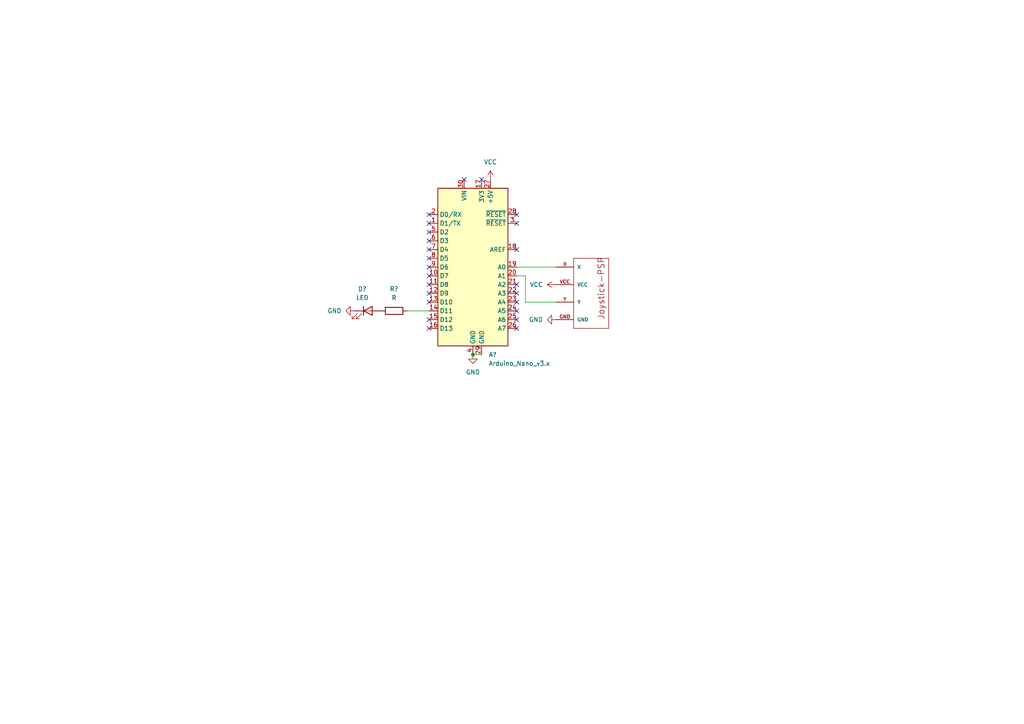
<source format=kicad_sch>
(kicad_sch (version 20211123) (generator eeschema)
  (paper "A4")
  (lib_symbols
    (symbol "Device:LED" (pin_numbers hide) (pin_names (offset 1.016) hide)
      (property "Reference" "D" (at 0 2.54 0))
      (property "Value" "LED" (at 0 -2.54 0))
      (symbol "LED_0_1"
        (polyline (pts (xy -1.27 -1.27) (xy -1.27 1.27)) (stroke (width 0.254)))
        (polyline (pts (xy -1.27 0) (xy 1.27 0)))
        (polyline (pts (xy 1.27 -1.27) (xy 1.27 1.27) (xy -1.27 0) (xy 1.27 -1.27)) (stroke (width 0.254)))
        (polyline (pts (xy -3.048 -0.762) (xy -4.572 -2.286) (xy -3.81 -2.286) (xy -4.572 -2.286) (xy -4.572 -1.524)))
        (polyline (pts (xy -1.778 -0.762) (xy -3.302 -2.286) (xy -2.54 -2.286) (xy -3.302 -2.286) (xy -3.302 -1.524)))
      )
      (symbol "LED_1_1"
        (pin passive line (at -3.81 0 0) (length 2.54) (name "K") (number "1"))
        (pin passive line (at 3.81 0 180) (length 2.54) (name "A") (number "2"))
      )
    )
    (symbol "Device:R" (pin_numbers hide) (pin_names (offset 0))
      (property "Reference" "R" (at 2.032 0 90))
      (property "Value" "R" (at 0 0 90))
      (symbol "R_0_1"
        (rectangle (start -1.016 -2.54) (end 1.016 2.54) (stroke (width 0.254)))
      )
      (symbol "R_1_1"
        (pin passive line (at 0 3.81 270) (length 1.27) (name "~") (number "1"))
        (pin passive line (at 0 -3.81 90) (length 1.27) (name "~") (number "2"))
      )
    )
    (symbol "MCU_Module:Arduino_Nano_v3.x"
      (property "Reference" "A" (at -10.16 23.495 0))
      (property "Value" "Arduino_Nano_v3.x" (at 5.08 -24.13 0))
      (symbol "Arduino_Nano_v3.x_0_1"
        (rectangle (start -10.16 22.86) (end 10.16 -22.86) (stroke (width 0.254)) (fill (type background)))
      )
      (symbol "Arduino_Nano_v3.x_1_1"
        (pin bidirectional line (at -12.7 12.7 0) (length 2.54) (name "D1/TX") (number "1"))
        (pin bidirectional line (at -12.7 -2.54 0) (length 2.54) (name "D7") (number "10"))
        (pin bidirectional line (at -12.7 -5.08 0) (length 2.54) (name "D8") (number "11"))
        (pin bidirectional line (at -12.7 -7.62 0) (length 2.54) (name "D9") (number "12"))
        (pin bidirectional line (at -12.7 -10.16 0) (length 2.54) (name "D10") (number "13"))
        (pin bidirectional line (at -12.7 -12.7 0) (length 2.54) (name "D11") (number "14"))
        (pin bidirectional line (at -12.7 -15.24 0) (length 2.54) (name "D12") (number "15"))
        (pin bidirectional line (at -12.7 -17.78 0) (length 2.54) (name "D13") (number "16"))
        (pin power_out line (at 2.54 25.4 270) (length 2.54) (name "3V3") (number "17"))
        (pin input line (at 12.7 5.08 180) (length 2.54) (name "AREF") (number "18"))
        (pin bidirectional line (at 12.7 0 180) (length 2.54) (name "A0") (number "19"))
        (pin bidirectional line (at -12.7 15.24 0) (length 2.54) (name "D0/RX") (number "2"))
        (pin bidirectional line (at 12.7 -2.54 180) (length 2.54) (name "A1") (number "20"))
        (pin bidirectional line (at 12.7 -5.08 180) (length 2.54) (name "A2") (number "21"))
        (pin bidirectional line (at 12.7 -7.62 180) (length 2.54) (name "A3") (number "22"))
        (pin bidirectional line (at 12.7 -10.16 180) (length 2.54) (name "A4") (number "23"))
        (pin bidirectional line (at 12.7 -12.7 180) (length 2.54) (name "A5") (number "24"))
        (pin bidirectional line (at 12.7 -15.24 180) (length 2.54) (name "A6") (number "25"))
        (pin bidirectional line (at 12.7 -17.78 180) (length 2.54) (name "A7") (number "26"))
        (pin power_out line (at 5.08 25.4 270) (length 2.54) (name "+5V") (number "27"))
        (pin input line (at 12.7 15.24 180) (length 2.54) (name "~{RESET}") (number "28"))
        (pin power_in line (at 2.54 -25.4 90) (length 2.54) (name "GND") (number "29"))
        (pin input line (at 12.7 12.7 180) (length 2.54) (name "~{RESET}") (number "3"))
        (pin power_in line (at -2.54 25.4 270) (length 2.54) (name "VIN") (number "30"))
        (pin power_in line (at 0 -25.4 90) (length 2.54) (name "GND") (number "4"))
        (pin bidirectional line (at -12.7 10.16 0) (length 2.54) (name "D2") (number "5"))
        (pin bidirectional line (at -12.7 7.62 0) (length 2.54) (name "D3") (number "6"))
        (pin bidirectional line (at -12.7 5.08 0) (length 2.54) (name "D4") (number "7"))
        (pin bidirectional line (at -12.7 2.54 0) (length 2.54) (name "D5") (number "8"))
        (pin bidirectional line (at -12.7 0 0) (length 2.54) (name "D6") (number "9"))
      )
    )
    (symbol "SparkFun-Electromechanical:JOYSTICK-PSP1000" (pin_names (offset 1.016))
      (symbol "JOYSTICK-PSP1000_1_0"
        (polyline (pts (xy -5.08 -7.62) (xy 5.08 -7.62)))
        (polyline (pts (xy -5.08 12.7) (xy -5.08 -7.62)))
        (polyline (pts (xy 5.08 12.7) (xy -5.08 12.7)))
        (polyline (pts (xy 5.08 12.7) (xy 5.08 -7.62)))
        (text "Joystick-PSP" (at 2.921 4.064 900) (effects (font (size 1.778 1.778))))
      )
      (symbol "JOYSTICK-PSP1000_1_1"
        (pin bidirectional line (at -10.16 -5.08 0) (length 5.08) (name "GND") (number "GND"))
        (pin bidirectional line (at -10.16 5.08 0) (length 5.08) (name "VCC") (number "VCC"))
        (pin bidirectional line (at -10.16 10.16 0) (length 5.08) (name "X") (number "X"))
        (pin bidirectional line (at -10.16 0 0) (length 5.08) (name "Y") (number "Y"))
      )
    )
    (symbol "power:GND" (power) (pin_names (offset 0))
      (property "Value" "GND" (at 0 -3.81 0))
      (symbol "GND_0_1"
        (polyline (pts (xy 0 0) (xy 0 -1.27) (xy 1.27 -1.27) (xy 0 -2.54) (xy -1.27 -1.27) (xy 0 -1.27)))
      )
      (symbol "GND_1_1"
        (pin power_in line (at 0 0 270) (length 0) hide (name "GND") (number "1"))
      )
    )
    (symbol "power:VCC" (power) (pin_names (offset 0))
      (property "Value" "VCC" (at 0 3.81 0))
      (symbol "VCC_0_1"
        (polyline (pts (xy -0.762 1.27) (xy 0 2.54)))
        (polyline (pts (xy 0 0) (xy 0 2.54)))
        (polyline (pts (xy 0 2.54) (xy 0.762 1.27)))
      )
      (symbol "VCC_1_1"
        (pin power_in line (at 0 0 90) (length 0) hide (name "VCC") (number "1"))
      )
    )
  )
  (junction (at 137.16 102.87))
  (no_connect (at 149.86 72.39))
  (no_connect (at 149.86 64.77))
  (no_connect (at 149.86 62.23))
  (no_connect (at 139.7 52.07))
  (no_connect (at 134.62 52.07))
  (no_connect (at 124.46 62.23))
  (no_connect (at 124.46 64.77))
  (no_connect (at 124.46 67.31))
  (no_connect (at 124.46 95.25))
  (no_connect (at 124.46 69.85))
  (no_connect (at 124.46 77.47))
  (no_connect (at 124.46 72.39))
  (no_connect (at 124.46 74.93))
  (no_connect (at 124.46 80.01))
  (no_connect (at 124.46 82.55))
  (no_connect (at 124.46 85.09))
  (no_connect (at 124.46 87.63))
  (no_connect (at 124.46 92.71))
  (no_connect (at 149.86 82.55))
  (no_connect (at 149.86 87.63))
  (no_connect (at 149.86 85.09))
  (no_connect (at 149.86 95.25))
  (no_connect (at 149.86 92.71))
  (no_connect (at 149.86 90.17))
  (wire (pts (xy 118.11 90.17) (xy 124.46 90.17)))
  (wire (pts (xy 149.86 77.47) (xy 161.29 77.47)))
  (wire (pts (xy 149.86 80.01) (xy 152.4 80.01)))
  (wire (pts (xy 137.16 102.87) (xy 139.7 102.87)))
  (wire (pts (xy 152.4 87.63) (xy 161.29 87.63)))
  (wire (pts (xy 152.4 80.01) (xy 152.4 87.63)))
  (symbol (lib_id "power:GND") (at 102.87 90.17 270) (unit 1)
    (property "Reference" "#PWR?" (effects hide))
    (property "Value" "GND" (at 99.06 90.1699 90) (effects (justify right)))
  )
  (symbol (lib_id "power:GND") (at 161.29 92.71 270) (unit 1)
    (property "Reference" "#PWR?" (effects hide))
    (property "Value" "GND" (at 157.48 92.7099 90) (effects (justify right)))
  )
  (symbol (lib_id "power:GND") (at 137.16 102.87 0) (unit 1)
    (property "Reference" "#PWR?" (effects hide))
    (property "Value" "GND" (at 137.16 107.95 0))
  )
  (symbol (lib_id "power:VCC") (at 142.24 52.07 0) (unit 1)
    (property "Reference" "#PWR?" (effects hide))
    (property "Value" "VCC" (at 142.24 46.99 0))
  )
  (symbol (lib_id "power:VCC") (at 161.29 82.55 90) (unit 1)
    (property "Reference" "#PWR?" (effects hide))
    (property "Value" "VCC" (at 157.48 82.5499 90) (effects (justify left)))
  )
  (symbol (lib_id "Device:LED") (at 106.68 90.17 0) (unit 1)
    (property "Reference" "D?" (at 105.0925 83.82 0))
    (property "Value" "LED" (at 105.0925 86.36 0))
  )
  (symbol (lib_id "MCU_Module:Arduino_Nano_v3.x") (at 137.16 77.47 0) (unit 1)
    (property "Reference" "A?" (at 141.7194 102.87 0) (effects (justify left)))
    (property "Value" "Arduino_Nano_v3.x" (at 141.7194 105.41 0) (effects (justify left)))
    (property "Footprint" "Module:Arduino_Nano" (effects hide))
    (property "Datasheet" "http://www.mouser.com/pdfdocs/Gravitech_Arduino_Nano3_0.pdf" (effects hide))
  )
  (symbol (lib_id "Device:R") (at 114.3 90.17 90) (unit 1)
    (property "Reference" "R?" (at 114.3 83.82 90))
    (property "Value" "R" (at 114.3 86.36 90))
  )
  (symbol (lib_id "SparkFun-Electromechanical:JOYSTICK-PSP1000") (at 171.45 87.63 0) (unit 1)
    (property "Reference" "M?" (effects hide))
    (property "Value" "JOYSTICK-PSP1000" (effects hide))
    (property "Footprint" "JOYSTICK-PSP1000" (effects hide))
  )
)
</source>
